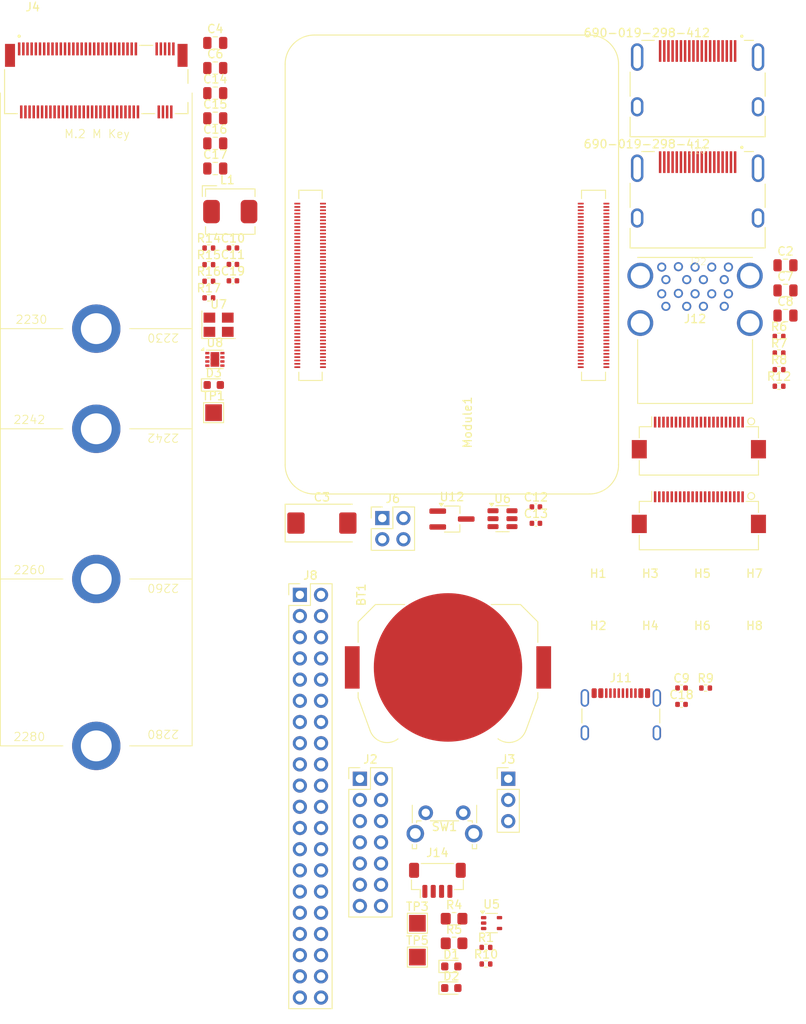
<source format=kicad_pcb>
(kicad_pcb (version 20240108) (generator "pcbnew") (generator_version "8.0")
  (layers (0 "F.Cu" signal) (1 "In1.Cu" power) (2 "In2.Cu" power) (31 "B.Cu" signal) (34 "B.Paste" user) (35 "F.Paste" user) (36 "B.SilkS" user "B.Silkscreen") (37 "F.SilkS" user "F.Silkscreen") (38 "B.Mask" user) (39 "F.Mask" user) (44 "Edge.Cuts" user))
  (net 0 "")
  (net 1 "GND")
  (net 2 "/CM5_GPIO ( Ethernet, GPIO, SDCARD)/VBAT")
  (net 3 "/CM5_HighSpeed/VBUS")
  (net 4 "/PCIe-M2/M2_3v3")
  (net 5 "/PCIe-M2/FB")
  (net 6 "/CM5_HighSpeed/HDMI_5v")
  (net 7 "Net-(D1-K)")
  (net 8 "Net-(D2-K)")
  (net 9 "Net-(D3-K)")
  (net 10 "/CM5_GPIO ( Ethernet, GPIO, SDCARD)/nRPIBOOT")
  (net 11 "/CM5_GPIO ( Ethernet, GPIO, SDCARD)/EEPROM_nWP")
  (net 12 "/CM5_GPIO ( Ethernet, GPIO, SDCARD)/SYNC_OUT")
  (net 13 "Net-(R10-Pad2)")
  (net 15 "/CM5_GPIO ( Ethernet, GPIO, SDCARD)/USBOTG")
  (net 16 "/+3.3v")
  (net 17 "/CM5_GPIO ( Ethernet, GPIO, SDCARD)/PMIC_ENABLE")
  (net 18 "/CM5_GPIO ( Ethernet, GPIO, SDCARD)/PWR_BUT")
  (net 19 "/CM5_GPIO ( Ethernet, GPIO, SDCARD)/WL_nDis")
  (net 20 "/CM5_GPIO ( Ethernet, GPIO, SDCARD)/BT_nDis")
  (net 25 "Net-(J4-DAS{slash}~{DSS}{slash}~{LED1})")
  (net 32 "/+5v")
  (net 48 "/CM5_HighSpeed/PCIE_RX_N")
  (net 50 "/CM5_HighSpeed/PCIE_RX_P")
  (net 53 "/CM5_HighSpeed/PCIE_TX_N")
  (net 55 "/CM5_HighSpeed/PCIE_TX_P")
  (net 56 "/CM5_HighSpeed/PCIE_nCLKREQ")
  (net 57 "/CM5_HighSpeed/PCIE_CLK_N")
  (net 58 "/CM5_HighSpeed/PCIE_CLK_P")
  (net 62 "Net-(J4-SUSCLK)")
  (net 64 "/CM5_HighSpeed/DPHY0_D0_N")
  (net 65 "/CM5_HighSpeed/DPHY0_D0_P")
  (net 66 "/CM5_HighSpeed/DPHY0_D1_N")
  (net 67 "/CM5_HighSpeed/DPHY0_D1_P")
  (net 68 "/CM5_HighSpeed/DPHY0_C_N")
  (net 69 "/CM5_HighSpeed/DPHY0_C_P")
  (net 70 "/CM5_HighSpeed/DPHY0_D2_N")
  (net 71 "/CM5_HighSpeed/DPHY0_D2_P")
  (net 72 "/CM5_HighSpeed/DPHY0_D3_N")
  (net 73 "/CM5_HighSpeed/DPHY0_D3_P")
  (net 74 "/CM5_GPIO ( Ethernet, GPIO, SDCARD)/CAM_GPIO0")
  (net 75 "/CM5_GPIO ( Ethernet, GPIO, SDCARD)/CAM_GPIO1")
  (net 76 "/CM5_HighSpeed/SCL0")
  (net 77 "/CM5_HighSpeed/SDA0")
  (net 78 "/CM5_GPIO ( Ethernet, GPIO, SDCARD)/ID_SC")
  (net 79 "/CM5_HighSpeed/SCL1")
  (net 80 "/CM5_GPIO ( Ethernet, GPIO, SDCARD)/ID_SD")
  (net 81 "/CM5_HighSpeed/SDA1")
  (net 82 "/CM5_GPIO ( Ethernet, GPIO, SDCARD)/SD_DAT1")
  (net 83 "/CM5_GPIO ( Ethernet, GPIO, SDCARD)/SD_DAT0")
  (net 84 "/CM5_GPIO ( Ethernet, GPIO, SDCARD)/SD_CLK")
  (net 85 "/CM5_GPIO ( Ethernet, GPIO, SDCARD)/SD_CMD")
  (net 86 "/CM5_GPIO ( Ethernet, GPIO, SDCARD)/SD_DAT3")
  (net 87 "/CM5_GPIO ( Ethernet, GPIO, SDCARD)/SD_DAT2")
  (net 88 "/CM5_GPIO ( Ethernet, GPIO, SDCARD)/GPIO2")
  (net 89 "/CM5_GPIO ( Ethernet, GPIO, SDCARD)/GPIO3")
  (net 90 "/CM5_GPIO ( Ethernet, GPIO, SDCARD)/GPIO4")
  (net 91 "/CM5_GPIO ( Ethernet, GPIO, SDCARD)/GPIO14")
  (net 92 "/CM5_GPIO ( Ethernet, GPIO, SDCARD)/GPIO15")
  (net 93 "/CM5_GPIO ( Ethernet, GPIO, SDCARD)/GPIO17")
  (net 94 "/CM5_GPIO ( Ethernet, GPIO, SDCARD)/GPIO18")
  (net 95 "/CM5_GPIO ( Ethernet, GPIO, SDCARD)/GPIO27")
  (net 96 "/CM5_GPIO ( Ethernet, GPIO, SDCARD)/GPIO22")
  (net 97 "/CM5_GPIO ( Ethernet, GPIO, SDCARD)/GPIO23")
  (net 98 "/CM5_GPIO ( Ethernet, GPIO, SDCARD)/GPIO24")
  (net 99 "/CM5_GPIO ( Ethernet, GPIO, SDCARD)/GPIO10")
  (net 100 "/CM5_GPIO ( Ethernet, GPIO, SDCARD)/GPIO9")
  (net 101 "/CM5_GPIO ( Ethernet, GPIO, SDCARD)/GPIO25")
  (net 102 "/CM5_GPIO ( Ethernet, GPIO, SDCARD)/GPIO11")
  (net 103 "/CM5_GPIO ( Ethernet, GPIO, SDCARD)/GPIO8")
  (net 104 "/CM5_GPIO ( Ethernet, GPIO, SDCARD)/GPIO7")
  (net 105 "/CM5_GPIO ( Ethernet, GPIO, SDCARD)/GPIO5")
  (net 106 "/CM5_GPIO ( Ethernet, GPIO, SDCARD)/GPIO6")
  (net 107 "/CM5_GPIO ( Ethernet, GPIO, SDCARD)/GPIO12")
  (net 108 "/CM5_GPIO ( Ethernet, GPIO, SDCARD)/GPIO13")
  (net 109 "/CM5_GPIO ( Ethernet, GPIO, SDCARD)/GPIO19")
  (net 110 "/CM5_GPIO ( Ethernet, GPIO, SDCARD)/GPIO16")
  (net 111 "/CM5_GPIO ( Ethernet, GPIO, SDCARD)/GPIO26")
  (net 112 "/CM5_GPIO ( Ethernet, GPIO, SDCARD)/GPIO20")
  (net 113 "/CM5_GPIO ( Ethernet, GPIO, SDCARD)/GPIO21")
  (net 114 "/CM5_HighSpeed/HDMI1_HOTPLUG")
  (net 115 "/CM5_HighSpeed/HDMI1_SDA")
  (net 116 "/CM5_HighSpeed/HDMI1_SCL")
  (net 118 "/CM5_HighSpeed/HDMI1_CEC")
  (net 119 "/CM5_HighSpeed/HDMI1_CK_N")
  (net 120 "/CM5_HighSpeed/HDMI1_CK_P")
  (net 121 "/CM5_HighSpeed/HDMI1_D0_N")
  (net 122 "/CM5_HighSpeed/HDMI1_D0_P")
  (net 123 "/CM5_HighSpeed/HDMI1_D1_N")
  (net 124 "/CM5_HighSpeed/HDMI1_D1_P")
  (net 125 "/CM5_HighSpeed/HDMI1_D2_N")
  (net 126 "/CM5_HighSpeed/HDMI1_D2_P")
  (net 127 "/CC1")
  (net 128 "/USB2_P")
  (net 129 "/USB2_N")
  (net 131 "/CC2")
  (net 133 "/CM5_HighSpeed/USB3-0-D_N")
  (net 134 "/CM5_HighSpeed/USB3-0-D_P")
  (net 135 "/CM5_HighSpeed/USB3-0-RX_N")
  (net 136 "/CM5_HighSpeed/USB3-0-RX_P")
  (net 137 "/CM5_HighSpeed/USB3-0-TX_N")
  (net 138 "/CM5_HighSpeed/USB3-0-TX_P")
  (net 139 "/CM5_HighSpeed/USB3-1-D_N")
  (net 140 "/CM5_HighSpeed/USB3-1-D_P")
  (net 141 "/CM5_HighSpeed/USB3-1-RX_N")
  (net 142 "/CM5_HighSpeed/USB3-1-RX_P")
  (net 143 "/CM5_HighSpeed/USB3-1-TX_N")
  (net 144 "/CM5_HighSpeed/USB3-1-TX_P")
  (net 145 "/CM5_GPIO ( Ethernet, GPIO, SDCARD)/TACHO")
  (net 146 "/CM5_GPIO ( Ethernet, GPIO, SDCARD)/PWM")
  (net 147 "/CM5_HighSpeed/DPHY1_D0_N")
  (net 148 "/CM5_HighSpeed/DPHY1_D0_P")
  (net 149 "/CM5_HighSpeed/DPHY1_D1_N")
  (net 150 "/CM5_HighSpeed/DPHY1_D1_P")
  (net 151 "/CM5_HighSpeed/DPHY1_C_N")
  (net 152 "/CM5_HighSpeed/DPHY1_C_P")
  (net 153 "/CM5_HighSpeed/DPHY1_D2_N")
  (net 154 "/CM5_HighSpeed/DPHY1_D2_P")
  (net 155 "/CM5_HighSpeed/DPHY1_D3_N")
  (net 156 "/CM5_HighSpeed/DPHY1_D3_P")
  (net 157 "Net-(J16-Pin_17)")
  (net 159 "/CM5_HighSpeed/HDMI0_HOTPLUG")
  (net 160 "/CM5_HighSpeed/HDMI0_SDA")
  (net 161 "/CM5_HighSpeed/HDMI0_SCL")
  (net 163 "/CM5_HighSpeed/HDMI0_CEC")
  (net 164 "/CM5_HighSpeed/HDMI0_CK_N")
  (net 165 "/CM5_HighSpeed/HDMI0_CK_P")
  (net 166 "/CM5_HighSpeed/HDMI0_D0_N")
  (net 167 "/CM5_HighSpeed/HDMI0_D0_P")
  (net 168 "/CM5_HighSpeed/HDMI0_D1_N")
  (net 169 "/CM5_HighSpeed/HDMI0_D1_P")
  (net 170 "/CM5_HighSpeed/HDMI0_D2_N")
  (net 171 "/CM5_HighSpeed/HDMI0_D2_P")
  (net 172 "Net-(U8-LX)")
  (net 173 "/CM5_GPIO ( Ethernet, GPIO, SDCARD)/TRD3_P")
  (net 174 "/CM5_GPIO ( Ethernet, GPIO, SDCARD)/TRD1_P")
  (net 175 "/CM5_GPIO ( Ethernet, GPIO, SDCARD)/TRD3_N")
  (net 176 "/CM5_GPIO ( Ethernet, GPIO, SDCARD)/TRD1_N")
  (net 177 "/CM5_GPIO ( Ethernet, GPIO, SDCARD)/TRD2_N")
  (net 178 "/CM5_GPIO ( Ethernet, GPIO, SDCARD)/TRD0_N")
  (net 179 "/CM5_GPIO ( Ethernet, GPIO, SDCARD)/TRD2_P")
  (net 180 "/CM5_GPIO ( Ethernet, GPIO, SDCARD)/TRD0_P")
  (net 181 "/CM5_GPIO ( Ethernet, GPIO, SDCARD)/ETH_LEDY")
  (net 182 "/CM5_GPIO ( Ethernet, GPIO, SDCARD)/ETH_LEDG")
  (net 183 "Net-(Module1A-LED_nACT)")
  (net 189 "/CM5_GPIO ( Ethernet, GPIO, SDCARD)/SD_PWR_ON")
  (net 190 "/CM5_GPIO ( Ethernet, GPIO, SDCARD)/GPIO_VREF")
  (net 191 "/CM5_GPIO ( Ethernet, GPIO, SDCARD)/+1.8v")
  (net 192 "/CM5_GPIO ( Ethernet, GPIO, SDCARD)/nPWR_LED")
  (net 193 "/CM5_HighSpeed/PCIE_PWR_EN")
  (net 194 "/CM5_HighSpeed/PCIE_nWAKE")
  (net 195 "/CM5_HighSpeed/PCIE_nRST")
  (net 196 "/CM5_HighSpeed/VBUS_EN")
  (net 197 "Net-(U6-ILIM)")
  (footprint "Capacitor_SMD:C_0805_2012Metric" (layer "F.Cu") (at 60.16 52.9)
    (property "Reference" "C6")
    (property "Value" "10u")
  )
  (footprint "Capacitor_SMD:C_0805_2012Metric" (layer "F.Cu") (at 128.57 82.56)
    (property "Reference" "C8")
    (property "Value" "10u")
  )
  (footprint "LED_SMD:LED_0603_1608Metric" (layer "F.Cu") (at 59.98 90.88)
    (property "Reference" "D3")
    (property "Value" "LED Green")
  )
  (footprint "CM5IO:EDAC 690-019-298-412" (layer "F.Cu") (at 118.03 51.585)
    (property "Reference" "J10")
    (property "Value" "690-019-298-412")
  )
  (footprint "CM5IO:MountingHole_2.7mm_M2.5_DIN965" (layer "F.Cu") (at 106.1 123.08)
    (property "Reference" "H2")
    (property "Value" "MountingHole")
  )
  (footprint "CM5IO:MountingHole_2.7mm_M2.5_DIN965" (layer "F.Cu") (at 112.35 116.83)
    (property "Reference" "H3")
    (property "Value" "MountingHole")
  )
  (footprint "Package_TO_SOT_SMD:TSOT-23_HandSoldering" (layer "F.Cu") (at 88.56 106.945)
    (property "Reference" "U12")
    (property "Value" "RT9742SNGV")
  )
  (footprint "CM5IO:MountingHole_2.7mm_M2.5_DIN965" (layer "F.Cu") (at 118.6 123.08)
    (property "Reference" "H6")
    (property "Value" "MountingHole")
  )
  (footprint "Package_TO_SOT_SMD:SOT-23-6" (layer "F.Cu") (at 94.62 106.905)
    (property "Reference" "U6")
    (property "Value" "AP22653W6")
  )
  (footprint "Resistor_SMD:R_0402_1005Metric" (layer "F.Cu") (at 92.64 158.28)
    (property "Reference" "R1")
    (property "Value" "1k")
  )
  (footprint "Resistor_SMD:R_0402_1005Metric" (layer "F.Cu") (at 127.8 91.03)
    (property "Reference" "R12")
    (property "Value" "15K 1%")
  )
  (footprint "Capacitor_SMD:C_0805_2012Metric" (layer "F.Cu") (at 128.57 76.54)
    (property "Reference" "C2")
    (property "Value" "10u")
  )
  (footprint "Resistor_SMD:R_0402_1005Metric" (layer "F.Cu") (at 59.39 80.44)
    (property "Reference" "R17")
    (property "Value" "1k")
  )
  (footprint "Button_Switch_THT:SW_Tactile_SPST_Angled_PTS645Vx58-2LFS" (layer "F.Cu") (at 85.41 142.145)
    (property "Reference" "SW1")
    (property "Value" "Right angle Tact button")
  )
  (footprint "Connector_PinHeader_2.54mm:PinHeader_1x03_P2.54mm_Vertical" (layer "F.Cu") (at 95.31 138.07)
    (property "Reference" "J3")
    (property "Value" "Conn_01x03")
  )
  (footprint "CM5IO:Hirose_FH12-22S-0.5SH_1x22-1MP_P0.50mm_Horizontal" (layer "F.Cu") (at 118.18 97.18)
    (property "Reference" "J5")
    (property "Value" "Conn_01x22_Female")
  )
  (footprint "Resistor_SMD:R_0402_1005Metric" (layer "F.Cu") (at 118.99 127.2)
    (property "Reference" "R9")
    (property "Value" "2.2K 1%")
  )
  (footprint "Capacitor_SMD:C_0805_2012Metric" (layer "F.Cu") (at 60.16 58.92)
    (property "Reference" "C15")
    (property "Value" "10u")
  )
  (footprint "Resistor_SMD:R_0402_1005Metric" (layer "F.Cu") (at 127.8 87.05)
    (property "Reference" "R7")
    (property "Value" "2.2K 1%")
  )
  (footprint "CM5IO:MountingHole_2.7mm_M2.5_DIN965" (layer "F.Cu") (at 124.85 116.83)
    (property "Reference" "H7")
    (property "Value" "MountingHole")
  )
  (footprint "CM5IO:MountingHole_2.7mm_M2.5_DIN965" (layer "F.Cu") (at 124.85 123.08)
    (property "Reference" "H8")
    (property "Value" "MountingHole")
  )
  (footprint "Connector_PinHeader_2.54mm:PinHeader_2x07_P2.54mm_Vertical" (layer "F.Cu") (at 77.51 138.07)
    (property "Reference" "J2")
    (property "Value" "Conn_02x07_Odd_Even")
  )
  (footprint "TestPoint:TestPoint_Pad_2.0x2.0mm" (layer "F.Cu") (at 59.96 94.2)
    (property "Reference" "TP1")
    (property "Value" "TestPoint")
  )
  (footprint "Capacitor_SMD:C_0805_2012Metric" (layer "F.Cu") (at 60.16 55.91)
    (property "Reference" "C14")
    (property "Value" "10u")
  )
  (footprint "CM5IO:MountingHole_2.7mm_M2.5_DIN965" (layer "F.Cu") (at 112.35 123.08)
    (property "Reference" "H4")
    (property "Value" "MountingHole")
  )
  (footprint "Capacitor_SMD:C_0402_1005Metric" (layer "F.Cu") (at 116.1 127.19)
    (property "Reference" "C9")
    (property "Value" "100n")
  )
  (footprint "CM5IO:M.2 M Key socket" (layer "F.Cu") (at 45.885 55.881)
    (property "Reference" "J4")
    (property "Value" "Bus_M.2_Socket_M")
  )
  (footprint "Package_DFN_QFN:DFN-8-1EP_2x2mm_P0.5mm_EP1.05x1.75mm" (layer "F.Cu") (at 60.115 87.815)
    (property "Reference" "U8")
    (property "Value" "AP3441SHE-7B")
  )
  (footprint "Package_TO_SOT_SMD:SOT-353_SC-70-5" (layer "F.Cu") (at 93.31 155.365)
    (property "Reference" "U5")
    (property "Value" "74LVC1G07SE-7")
  )
  (footprint "Crystal:Crystal_SMD_3225-4Pin_3.2x2.5mm" (layer "F.Cu") (at 60.56 83.66)
    (property "Reference" "U7")
    (property "Value" "ASEK-32.768KHZ-L-R-T")
  )
  (footprint "Capacitor_SMD:C_0805_2012Metric" (layer "F.Cu") (at 60.16 49.89)
    (property "Reference" "C4")
    (property "Value" "10u")
  )
  (footprint "CM5IO:MountingHole_2.7mm_M2.5_DIN965" (layer "F.Cu") (at 118.6 116.83)
    (property "Reference" "H5")
    (property "Value" "MountingHole")
  )
  (footprint "Capacitor_SMD:C_0805_2012Metric" (layer "F.Cu") (at 60.16 64.94)
    (property "Reference" "C17")
    (property "Value" "10u")
  )
  (footprint "TestPoint:TestPoint_Pad_2.0x2.0mm" (layer "F.Cu") (at 84.41 159.44)
    (property "Reference" "TP5")
    (property "Value" "TestPoint")
  )
  (footprint "LED_SMD:LED_0603_1608Metric" (layer "F.Cu") (at 88.48 160.56)
    (property "Reference" "D1")
    (property "Value" "LED Red")
  )
  (footprint "Capacitor_SMD:C_0805_2012Metric" (layer "F.Cu") (at 60.16 61.93)
    (property "Reference" "C16")
    (property "Value" "10u")
  )
  (footprint "CM5IO:MountingHole_2.7mm_M2.5_DIN965" (layer "F.Cu") (at 106.1 116.83)
    (property "Reference" "H1")
    (property "Value" "MountingHole")
  )
  (footprint "Resistor_SMD:R_0402_1005Metric" (layer "F.Cu") (at 127.8 85.06)
    (property "Reference" "R6")
    (property "Value" "2.2K 1%")
  )
  (footprint "LED_SMD:LED_0603_1608Metric" (layer "F.Cu") (at 88.48 163.15)
    (property "Reference" "D2")
    (property "Value" "LED Green")
  )
  (footprint "Capacitor_SMD:C_0402_1005Metric" (layer "F.Cu") (at 98.63 105.49)
    (property "Reference" "C12")
    (property "Value" "100n")
  )
  (footprint "CM5IO:Raspberry-Pi-5-Compute-Module" (layer "F.Cu") (at 72.045 100.445)
    (property "Reference" "Module1")
    (property "Value" "ComputeModule5-CM5")
  )
  (footprint "Resistor_SMD:R_0402_1005Metric" (layer "F.Cu") (at 59.39 74.47)
    (property "Reference" "R14")
    (property "Value" "100K 1%")
  )
  (footprint "Resistor_SMD:R_0402_1005Metric" (layer "F.Cu") (at 59.39 76.46)
    (property "Reference" "R15")
    (property "Value" "10K 1%")
  )
  (footprint "Resistor_SMD:R_0805_2012Metric_Pad1.20x1.40mm_HandSolder" (layer "F.Cu") (at 88.81 154.84)
    (property "Reference" "R4")
    (property "Value" "nf")
  )
  (footprint "Capacitor_SMD:C_0402_1005Metric" (layer "F.Cu") (at 62.28 78.4)
    (property "Reference" "C19")
    (property "Value" "100n")
  )
  (footprint "Capacitor_SMD:C_0402_1005Metric" (layer "F.Cu") (at 62.28 74.46)
    (property "Reference" "C10")
    (property "Value" "100n")
  )
  (footprint "Connector_PinHeader_2.54mm:PinHeader_2x02_P2.54mm_Vertical" (layer "F.Cu") (at 80.2 106.83)
    (property "Reference" "J6")
    (property "Value" "THD-02-R")
  )
  (footprint "Capacitor_SMD:C_0402_1005Metric" (layer "F.Cu") (at 98.63 107.46)
    (property "Reference" "C13")
    (property "Value" "100n")
  )
  (footprint "CM5IO:BatteryHolder_Keystone_3034_1x20mm" (layer "F.Cu") (at 88.08 124.728075)
    (property "Reference" "BT1")
    (property "Value" "Battery_Cell")
  )
  (footprint "TestPoint:TestPoint_Pad_2.0x2.0mm" (layer "F.Cu") (at 84.41 155.39)
    (property "Reference" "TP3")
    (property "Value" "TestPoint")
  )
  (footprint "Connector_USB:USB_C_Receptacle_GCT_USB4105-xx-A_16P_TopMnt_Horizontal" (layer "F.Cu") (at 108.82 131.49)
    (property "Reference" "J11")
    (property "Value" "USB_C_Receptacle_USB2.0")
  )
  (footprint "Capacitor_Tantalum_SMD:CP_EIA-7343-31_Kemet-D" (layer "F.Cu") (at 72.955 107.43)
    (property "Reference" "C3")
    (property "Value" "100uF")
  )
  (footprint "Resistor_SMD:R_0402_1005Metric" (layer "F.Cu") (at 59.39 78.45)
    (property "Reference" "R16")
    (property "Value" "2.2K 1%")
  )
  (footprint "Capacitor_SMD:C_0402_1005Metric" (layer "F.Cu") (at 62.28 76.43)
    (property "Reference" "C11")
    (property "Value" "4.7nF")
  )
  (footprint "CM5IO:Hirose_FH12-22S-0.5SH_1x22-1MP_P0.50mm_Horizontal" (layer "F.Cu") (at 118.18 106.13)
    (property "Reference" "J16")
    (property "Value" "Conn_01x22_Female")
  )
  (footprint "Resistor_SMD:R_0805_2012Metric_Pad1.20x1.40mm_HandSolder" (layer "F.Cu") (at 88.81 157.79)
    (property "Reference" "R5")
    (property "Value" "0R")
  )
  (footprint "Capacitor_SMD:C_0402_1005Metric" (layer "F.Cu") (at 116.1 129.16)
    (property "Reference" "C18")
    (property "Value" "100n")
  )
  (footprint "Connector_PinHeader_2.54mm:PinHeader_2x20_P2.54mm_Vertical" (layer "F.Cu") (at 70.31 116.03)
    (property "Reference" "J8")
    (property "Value" "THD-20-R")
  )
  (footprint "CM5IO:MTCONN_UBAF30-D2011" (layer "F.Cu") (at 117.725 83.455)
    (property "Reference" "J12")
    (property "Value" "USB3_A")
  )
  (footprint "Capacitor_SMD:C_0805_2012Metric" (layer "F.Cu") (at 128.57 79.55)
    (property "Reference" "C7")
    (property "Value" "10u")
  )
  (footprint "CM5IO:EDAC 690-019-298-412" (layer "F.Cu") (at 118.03 64.91)
    (property "Reference" "J22")
    (property "Value" "690-019-298-412")
  )
  (footprint "CM5IO:L_Bourns_SRP5030CC" (layer "F.Cu") (at 61.96 70.105)
    (property "Reference" "L1")
    (property "Value" "2.2uH")
  )
  (footprint "Connector_JST:JST_SH_BM04B-SRSS-TB_1x04-1MP_P1.00mm_Vertical" (layer "F.Cu") (at 86.81 150.24)
    (property "Reference" "J14")
    (property "Value" "JST_SHBM04B-SRSS-TB")
  )
  (footprint "Resistor_SMD:R_0402_1005Metric" (layer "F.Cu") (at 127.8 89.04)
    (property "Reference" "R8")
    (property "Value" "2.2K 1%")
  )
  (footprint "Resistor_SMD:R_0402_1005Metric" (layer "F.Cu") (at 92.64 160.27)
    (property "Reference" "R10")
    (property "Value" "1k")
  )
)
</source>
